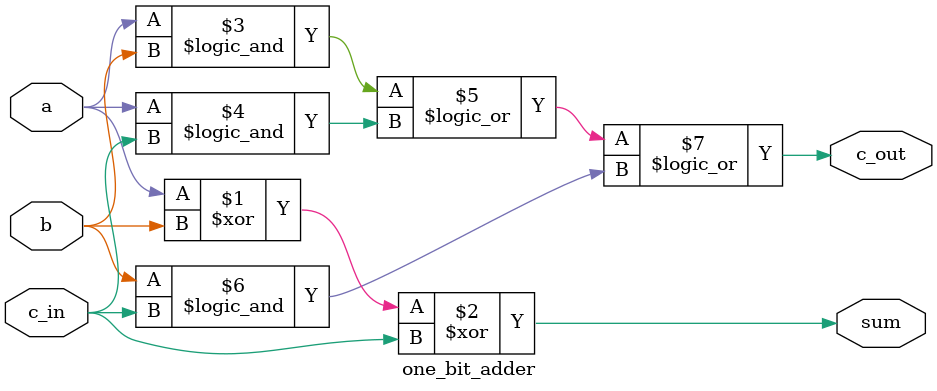
<source format=v>

module one_bit_adder(a,b,c_in,sum,c_out);

input a,b,c_in; 
output sum, c_out; 
assign sum = a^b^c_in;
assign c_out = (a&&b)||(a&&c_in)||(b&&c_in);
endmodule 
 
</source>
